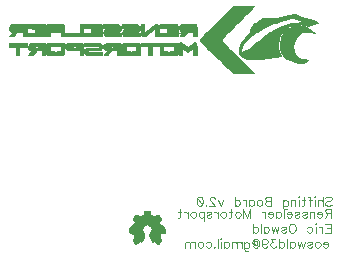
<source format=gbr>
G04 DipTrace 2.4.0.2*
%INBottomSilk.gbr*%
%MOIN*%
%ADD12C,0.003*%
%ADD81C,0.0046*%
%FSLAX44Y44*%
G04*
G70*
G90*
G75*
G01*
%LNBotSilk*%
%LPD*%
X13207Y12282D2*
D12*
X13927D1*
X13177Y12252D2*
X13897D1*
X13147Y12222D2*
X13867D1*
X13117Y12192D2*
X13837D1*
X13087Y12162D2*
X13807D1*
X13057Y12132D2*
X13777D1*
X13027Y12102D2*
X13747D1*
X12997Y12072D2*
X13717D1*
X12967Y12042D2*
X13687D1*
X12937Y12012D2*
X13657D1*
X15247D2*
X15307D1*
X12907Y11982D2*
X13627D1*
X15099D2*
X15342D1*
X12877Y11952D2*
X13597D1*
X14961D2*
X15402D1*
X12847Y11922D2*
X13567D1*
X14827D2*
X15499D1*
X12817Y11892D2*
X13537D1*
X14227D2*
X14647D1*
X14693D2*
X15168D1*
X15260D2*
X15626D1*
X12787Y11862D2*
X13507D1*
X14168D2*
X15039D1*
X15317D2*
X15763D1*
X12757Y11832D2*
X13477D1*
X14112D2*
X14923D1*
X15407D2*
X15885D1*
X12727Y11802D2*
X13447D1*
X14060D2*
X14819D1*
X15517D2*
X15984D1*
X12697Y11772D2*
X13417D1*
X14013D2*
X14727D1*
X15517D2*
X16026D1*
X12667Y11742D2*
X13387D1*
X13971D2*
X14641D1*
X15330D2*
X16047D1*
X12637Y11712D2*
X13357D1*
X13933D2*
X14560D1*
X15174D2*
X15979D1*
X5827Y11682D2*
X6307D1*
X6367D2*
X6937D1*
X7027D2*
X7567D1*
X8107D2*
X8827D1*
X8887D2*
X9397D1*
X9517D2*
X9997D1*
X10147D2*
X10237D1*
X10627D2*
X10687D1*
X10777D2*
X11347D1*
X11497D2*
X11977D1*
X12607D2*
X13327D1*
X13901D2*
X14484D1*
X15047D2*
X15907D1*
X5798Y11652D2*
X7581D1*
X8107D2*
X9430D1*
X9511D2*
X10046D1*
X10141D2*
X10242D1*
X10582D2*
X10731D1*
X10763D2*
X11366D1*
X11464D2*
X11991D1*
X12577D2*
X13297D1*
X13873D2*
X14415D1*
X14941D2*
X15397D1*
X15577D2*
X15824D1*
X5773Y11622D2*
X7589D1*
X8107D2*
X9460D1*
X9501D2*
X10096D1*
X10131D2*
X10249D1*
X10540D2*
X11386D1*
X11435D2*
X11999D1*
X12547D2*
X13267D1*
X13851D2*
X14350D1*
X14852D2*
X15577D1*
X15697D2*
X15723D1*
X5756Y11592D2*
X7594D1*
X8107D2*
X10256D1*
X10498D2*
X12004D1*
X12517D2*
X13237D1*
X13832D2*
X14288D1*
X14775D2*
X15067D1*
X15157D2*
X15646D1*
X5744Y11562D2*
X6337D1*
X6397D2*
X7596D1*
X8107D2*
X10257D1*
X10457D2*
X12006D1*
X12487D2*
X13207D1*
X13816D2*
X14229D1*
X14704D2*
X15004D1*
X15067D2*
X15710D1*
X5743Y11532D2*
X6337D1*
X6607D2*
X7597D1*
X8107D2*
X8227D1*
X8497D2*
X8857D1*
X8953D2*
X9492D1*
X9582D2*
X10253D1*
X10417D2*
X10747D1*
X11017D2*
X12007D1*
X12456D2*
X13177D1*
X13801D2*
X14172D1*
X14641D2*
X14972D1*
X15036D2*
X15763D1*
X5754Y11502D2*
X6337D1*
X6607D2*
X7597D1*
X8107D2*
X8227D1*
X8497D2*
X8858D1*
X8934D2*
X9469D1*
X9560D2*
X10248D1*
X10376D2*
X10562D1*
X10627D2*
X10747D1*
X11017D2*
X11377D1*
X11441D2*
X12007D1*
X12423D2*
X13147D1*
X13790D2*
X14121D1*
X14584D2*
X14946D1*
X15001D2*
X15806D1*
X5786Y11472D2*
X6337D1*
X6607D2*
X7597D1*
X8107D2*
X8227D1*
X8497D2*
X8863D1*
X8919D2*
X9448D1*
X9543D2*
X10087D1*
X10147D2*
X10245D1*
X10332D2*
X10525D1*
X10627D2*
X10747D1*
X11017D2*
X11377D1*
X11457D2*
X12007D1*
X12390D2*
X13117D1*
X13783D2*
X14073D1*
X14529D2*
X14941D1*
X14961D2*
X15843D1*
X5832Y11442D2*
X6337D1*
X6607D2*
X7597D1*
X8107D2*
X8227D1*
X8497D2*
X8873D1*
X8904D2*
X9427D1*
X9530D2*
X10057D1*
X10147D2*
X10254D1*
X10286D2*
X10487D1*
X10627D2*
X10747D1*
X11017D2*
X11377D1*
X11490D2*
X12007D1*
X12358D2*
X13087D1*
X13777D2*
X14029D1*
X14478D2*
X15875D1*
X5887Y11412D2*
X6000D1*
X6217D2*
X6337D1*
X6847D2*
X7117D1*
X7477D2*
X7597D1*
X8107D2*
X8227D1*
X8737D2*
X9007D1*
X9523D2*
X9637D1*
X10147D2*
X10451D1*
X10627D2*
X10747D1*
X11257D2*
X11377D1*
X11527D2*
X11707D1*
X11887D2*
X12007D1*
X12328D2*
X13057D1*
X13770D2*
X13988D1*
X14429D2*
X14862D1*
X14922D2*
X15512D1*
X15847D2*
X15906D1*
X5847Y11382D2*
X5988D1*
X6217D2*
X7117D1*
X7477D2*
X10414D1*
X10627D2*
X11377D1*
X11498D2*
X11677D1*
X11887D2*
X12007D1*
X12297D2*
X13027D1*
X13748D2*
X13946D1*
X14382D2*
X14839D1*
X14899D2*
X15475D1*
X15907D2*
X15937D1*
X5811Y11352D2*
X5963D1*
X6217D2*
X7117D1*
X7477D2*
X8857D1*
X8923D2*
X10375D1*
X10627D2*
X11377D1*
X11473D2*
X11647D1*
X11887D2*
X12007D1*
X12267D2*
X12997D1*
X13719D2*
X13903D1*
X14340D2*
X14818D1*
X14878D2*
X15437D1*
X5775Y11322D2*
X5939D1*
X6217D2*
X7117D1*
X7477D2*
X8857D1*
X8933D2*
X9487D1*
X9547D2*
X10336D1*
X10627D2*
X11377D1*
X11453D2*
X11617D1*
X11887D2*
X12007D1*
X12237D2*
X12967D1*
X13689D2*
X13860D1*
X14302D2*
X14797D1*
X14857D2*
X15402D1*
X5737Y11292D2*
X5917D1*
X6217D2*
X7117D1*
X7477D2*
X8857D1*
X8947D2*
X9487D1*
X9547D2*
X10117D1*
X10177D2*
X10297D1*
X10627D2*
X11377D1*
X11437D2*
X11587D1*
X11887D2*
X12007D1*
X12207D2*
X12937D1*
X13659D2*
X13819D1*
X14264D2*
X15370D1*
X12178Y11262D2*
X12907D1*
X13631D2*
X13783D1*
X14226D2*
X14762D1*
X14822D2*
X15343D1*
X12153Y11232D2*
X12878D1*
X13606D2*
X13749D1*
X14187D2*
X14755D1*
X14815D2*
X15321D1*
X12132Y11202D2*
X12855D1*
X13580D2*
X13718D1*
X14148D2*
X14747D1*
X14807D2*
X15302D1*
X12116Y11172D2*
X12837D1*
X13556D2*
X13687D1*
X14112D2*
X14742D1*
X14802D2*
X15286D1*
X12119Y11142D2*
X12842D1*
X13535D2*
X13658D1*
X14078D2*
X14738D1*
X14799D2*
X15271D1*
X12137Y11112D2*
X12865D1*
X13516D2*
X13632D1*
X14043D2*
X14733D1*
X14798D2*
X15260D1*
X11467Y11082D2*
X11497D1*
X11917D2*
X11947D1*
X12161D2*
X12890D1*
X13497D2*
X13609D1*
X14005D2*
X14725D1*
X14796D2*
X15252D1*
X5737Y11052D2*
X6337D1*
X6457D2*
X6937D1*
X7027D2*
X7567D1*
X7717D2*
X8197D1*
X8257D2*
X8767D1*
X8977D2*
X9457D1*
X9547D2*
X10087D1*
X10147D2*
X11347D1*
X11409D2*
X11531D1*
X11882D2*
X11971D1*
X12189D2*
X12918D1*
X13478D2*
X13588D1*
X13967D2*
X14717D1*
X14792D2*
X15245D1*
X5737Y11022D2*
X6337D1*
X6428D2*
X7611D1*
X7643D2*
X8806D1*
X8938D2*
X11566D1*
X11845D2*
X11989D1*
X12218D2*
X12948D1*
X13462D2*
X13567D1*
X13931D2*
X14712D1*
X14785D2*
X15236D1*
X5737Y10992D2*
X6337D1*
X6407D2*
X8846D1*
X8898D2*
X11602D1*
X11806D2*
X11999D1*
X12247D2*
X12977D1*
X13449D2*
X13548D1*
X13894D2*
X14709D1*
X14778D2*
X15228D1*
X5737Y10962D2*
X6337D1*
X6392D2*
X11646D1*
X11766D2*
X12004D1*
X12277D2*
X13007D1*
X13438D2*
X13532D1*
X13856D2*
X14709D1*
X14777D2*
X15223D1*
X5977Y10932D2*
X6097D1*
X6382D2*
X6487D1*
X6847D2*
X7117D1*
X7477D2*
X7747D1*
X8107D2*
X8228D1*
X8737D2*
X9007D1*
X9367D2*
X9637D1*
X9997D2*
X10117D1*
X10387D2*
X10507D1*
X10777D2*
X10897D1*
X11257D2*
X11703D1*
X11723D2*
X12006D1*
X12307D2*
X13037D1*
X13428D2*
X13519D1*
X13816D2*
X14712D1*
X14781D2*
X15224D1*
X5977Y10902D2*
X6097D1*
X6386D2*
X7117D1*
X7477D2*
X8233D1*
X8317D2*
X9637D1*
X9997D2*
X10117D1*
X10387D2*
X10507D1*
X10777D2*
X10897D1*
X11257D2*
X12007D1*
X12337D2*
X13067D1*
X13422D2*
X13508D1*
X13777D2*
X14719D1*
X14788D2*
X15230D1*
X5977Y10872D2*
X6097D1*
X6397D2*
X7117D1*
X7477D2*
X7597D1*
X7663D2*
X8243D1*
X8273D2*
X8821D1*
X8921D2*
X9637D1*
X9997D2*
X10117D1*
X10387D2*
X10507D1*
X10777D2*
X10897D1*
X11257D2*
X12007D1*
X12367D2*
X13097D1*
X13419D2*
X13497D1*
X13737D2*
X14727D1*
X14793D2*
X15237D1*
X5977Y10842D2*
X6097D1*
X6413D2*
X7117D1*
X7477D2*
X7597D1*
X7673D2*
X8811D1*
X8937D2*
X9637D1*
X9997D2*
X10117D1*
X10387D2*
X10507D1*
X10777D2*
X10897D1*
X11257D2*
X11527D1*
X11590D2*
X11826D1*
X11887D2*
X12007D1*
X12397D2*
X13128D1*
X13418D2*
X13488D1*
X13695D2*
X14733D1*
X14796D2*
X15243D1*
X5977Y10812D2*
X6097D1*
X6448D2*
X7117D1*
X7477D2*
X7597D1*
X7687D2*
X8797D1*
X8970D2*
X9637D1*
X9997D2*
X10117D1*
X10387D2*
X10507D1*
X10777D2*
X10897D1*
X11257D2*
X11527D1*
X11623D2*
X11791D1*
X11887D2*
X12007D1*
X12427D2*
X13161D1*
X13417D2*
X13484D1*
X13648D2*
X14741D1*
X14802D2*
X15250D1*
X5977Y10782D2*
X6097D1*
X6487D2*
X6667D1*
X6847D2*
X7117D1*
X7477D2*
X7597D1*
X8107D2*
X8377D1*
X9007D2*
X9157D1*
X9367D2*
X9637D1*
X9997D2*
X10117D1*
X10387D2*
X10507D1*
X10777D2*
X10897D1*
X11257D2*
X11527D1*
X11652D2*
X11751D1*
X11887D2*
X12007D1*
X12457D2*
X13194D1*
X13417D2*
X13483D1*
X13587D2*
X14752D1*
X14813D2*
X15258D1*
X5977Y10752D2*
X6097D1*
X6458D2*
X6637D1*
X6847D2*
X7596D1*
X8107D2*
X8857D1*
X8978D2*
X9127D1*
X9367D2*
X10117D1*
X10387D2*
X10507D1*
X10777D2*
X11527D1*
X11677D2*
X11707D1*
X11887D2*
X12007D1*
X12487D2*
X13226D1*
X13417D2*
X13493D1*
X13507D2*
X14767D1*
X14827D2*
X15268D1*
X5977Y10722D2*
X6097D1*
X6433D2*
X6607D1*
X6847D2*
X7591D1*
X8107D2*
X8857D1*
X8953D2*
X9097D1*
X9367D2*
X10117D1*
X10387D2*
X10507D1*
X10777D2*
X11527D1*
X11887D2*
X12007D1*
X12517D2*
X13256D1*
X13420D2*
X15278D1*
X5977Y10692D2*
X6097D1*
X6413D2*
X6577D1*
X6847D2*
X7581D1*
X8107D2*
X8227D1*
X8287D2*
X8857D1*
X8933D2*
X9067D1*
X9367D2*
X10117D1*
X10387D2*
X10507D1*
X10777D2*
X11527D1*
X11887D2*
X12007D1*
X12547D2*
X13287D1*
X13425D2*
X14791D1*
X14852D2*
X15293D1*
X5977Y10662D2*
X6097D1*
X6397D2*
X6547D1*
X6847D2*
X6967D1*
X7027D2*
X7567D1*
X8107D2*
X8227D1*
X8317D2*
X8857D1*
X8917D2*
X9037D1*
X9367D2*
X10117D1*
X10387D2*
X10507D1*
X10777D2*
X11347D1*
X11407D2*
X11527D1*
X11887D2*
X12007D1*
X12577D2*
X13317D1*
X13452D2*
X14811D1*
X14875D2*
X15315D1*
X12607Y10632D2*
X13347D1*
X13491D2*
X14827D1*
X14898D2*
X15341D1*
X12638Y10602D2*
X13377D1*
X13543D2*
X14622D1*
X14928D2*
X15374D1*
X12671Y10572D2*
X13407D1*
X13610D2*
X14400D1*
X14967D2*
X15418D1*
X12705Y10542D2*
X13437D1*
X13687D2*
X14167D1*
X15012D2*
X15488D1*
X12740Y10512D2*
X13467D1*
X15065D2*
X15596D1*
X12773Y10482D2*
X13497D1*
X15128D2*
X15727D1*
X12806Y10452D2*
X13527D1*
X15207D2*
X15681D1*
X12836Y10422D2*
X13557D1*
X15298D2*
X15630D1*
X12867Y10392D2*
X13587D1*
X15397D2*
X15577D1*
X12897Y10362D2*
X13617D1*
X12927Y10332D2*
X13647D1*
X12957Y10302D2*
X13677D1*
X12987Y10272D2*
X13707D1*
X13017Y10242D2*
X13737D1*
X13047Y10212D2*
X13767D1*
X13077Y10182D2*
X13797D1*
X13107Y10152D2*
X13828D1*
X13138Y10122D2*
X13861D1*
X13172Y10092D2*
X13894D1*
X13207Y10062D2*
X13927D1*
X10257Y5472D2*
X10437D1*
X10257Y5442D2*
X10438D1*
X10256Y5412D2*
X10442D1*
X10250Y5382D2*
X10451D1*
X10240Y5352D2*
X10464D1*
X9957Y5322D2*
X10017D1*
X10202D2*
X10495D1*
X10677D2*
X10737D1*
X9928Y5292D2*
X10119D1*
X10146D2*
X10565D1*
X10591D2*
X10766D1*
X9904Y5262D2*
X10791D1*
X9886Y5232D2*
X10811D1*
X9888Y5202D2*
X10817D1*
X9896Y5172D2*
X10809D1*
X9912Y5142D2*
X10788D1*
X9933Y5112D2*
X10764D1*
X9957Y5082D2*
X10737D1*
X9935Y5052D2*
X10759D1*
X9905Y5022D2*
X10789D1*
X9864Y4992D2*
X10294D1*
X10400D2*
X10830D1*
X9819Y4962D2*
X10252D1*
X10444D2*
X10875D1*
X9779Y4932D2*
X10218D1*
X10475D2*
X10915D1*
X9763Y4902D2*
X10202D1*
X10499D2*
X10931D1*
X9754Y4872D2*
X10185D1*
X10511D2*
X10940D1*
X9750Y4842D2*
X10167D1*
X10508D2*
X10944D1*
X9748Y4812D2*
X10187D1*
X10498D2*
X10946D1*
X9747Y4782D2*
X10208D1*
X10483D2*
X10947D1*
X9747Y4752D2*
X10231D1*
X10462D2*
X10947D1*
X9827Y4722D2*
X10252D1*
X10442D2*
X10797D1*
X9888Y4692D2*
X10268D1*
X10426D2*
X10787D1*
X9912Y4662D2*
X10267D1*
X10427D2*
X10779D1*
X9919Y4632D2*
X10259D1*
X10435D2*
X10775D1*
X9921Y4602D2*
X10248D1*
X10447D2*
X10782D1*
X9910Y4572D2*
X10238D1*
X10460D2*
X10793D1*
X9895Y4542D2*
X10227D1*
X10474D2*
X10804D1*
X9883Y4512D2*
X10216D1*
X10486D2*
X10814D1*
X9877Y4482D2*
X10202D1*
X10497D2*
X10818D1*
X9887Y4452D2*
X10186D1*
X10511D2*
X10807D1*
X9906Y4422D2*
X10071D1*
X10137D2*
X10167D1*
X10527D2*
X10557D1*
X10623D2*
X10788D1*
X9931Y4392D2*
X10031D1*
X10663D2*
X10764D1*
X9957Y4362D2*
X9987D1*
X10707D2*
X10737D1*
X13207Y12282D2*
X13177Y12252D1*
X13147Y12222D1*
X13117Y12192D1*
X13087Y12162D1*
X13057Y12132D1*
X13027Y12102D1*
X12997Y12072D1*
X12967Y12042D1*
X12937Y12012D1*
X12907Y11982D1*
X12877Y11952D1*
X12847Y11922D1*
X12817Y11892D1*
X12787Y11862D1*
X12757Y11832D1*
X12727Y11802D1*
X12697Y11772D1*
X12667Y11742D1*
X12637Y11712D1*
X12607Y11682D1*
X12577Y11652D1*
X12547Y11622D1*
X12517Y11592D1*
X12487Y11562D1*
X12456Y11532D1*
X12423Y11502D1*
X12390Y11472D1*
X12358Y11442D1*
X12328Y11412D1*
X12297Y11382D1*
X12267Y11352D1*
X12237Y11322D1*
X12207Y11292D1*
X12178Y11262D1*
X12153Y11232D1*
X12132Y11202D1*
X12116Y11172D1*
X12119Y11142D1*
X12137Y11112D1*
X12161Y11082D1*
X12189Y11052D1*
X12218Y11022D1*
X12247Y10992D1*
X12277Y10962D1*
X12307Y10932D1*
X12337Y10902D1*
X12367Y10872D1*
X12397Y10842D1*
X12427Y10812D1*
X12457Y10782D1*
X12487Y10752D1*
X12517Y10722D1*
X12547Y10692D1*
X12577Y10662D1*
X12607Y10632D1*
X12638Y10602D1*
X12671Y10572D1*
X12705Y10542D1*
X12740Y10512D1*
X12773Y10482D1*
X12806Y10452D1*
X12836Y10422D1*
X12867Y10392D1*
X12897Y10362D1*
X12927Y10332D1*
X12957Y10302D1*
X12987Y10272D1*
X13017Y10242D1*
X13047Y10212D1*
X13077Y10182D1*
X13107Y10152D1*
X13138Y10122D1*
X13172Y10092D1*
X13207Y10062D1*
X13927Y12282D2*
X13897Y12252D1*
X13867Y12222D1*
X13837Y12192D1*
X13807Y12162D1*
X13777Y12132D1*
X13747Y12102D1*
X13717Y12072D1*
X13687Y12042D1*
X13657Y12012D1*
X13627Y11982D1*
X13597Y11952D1*
X13567Y11922D1*
X13537Y11892D1*
X13507Y11862D1*
X13477Y11832D1*
X13447Y11802D1*
X13417Y11772D1*
X13387Y11742D1*
X13357Y11712D1*
X13327Y11682D1*
X13297Y11652D1*
X13267Y11622D1*
X13237Y11592D1*
X13207Y11562D1*
X13177Y11532D1*
X13147Y11502D1*
X13117Y11472D1*
X13087Y11442D1*
X13057Y11412D1*
X13027Y11382D1*
X12997Y11352D1*
X12967Y11322D1*
X12937Y11292D1*
X12907Y11262D1*
X12878Y11232D1*
X12855Y11202D1*
X12837Y11172D1*
X12842Y11142D1*
X12865Y11112D1*
X12890Y11082D1*
X12918Y11052D1*
X12948Y11022D1*
X12977Y10992D1*
X13007Y10962D1*
X13037Y10932D1*
X13067Y10902D1*
X13097Y10872D1*
X13128Y10842D1*
X13161Y10812D1*
X13194Y10782D1*
X13226Y10752D1*
X13256Y10722D1*
X13287Y10692D1*
X13317Y10662D1*
X13347Y10632D1*
X13377Y10602D1*
X13407Y10572D1*
X13437Y10542D1*
X13467Y10512D1*
X13497Y10482D1*
X13527Y10452D1*
X13557Y10422D1*
X13587Y10392D1*
X13617Y10362D1*
X13647Y10332D1*
X13677Y10302D1*
X13707Y10272D1*
X13737Y10242D1*
X13767Y10212D1*
X13797Y10182D1*
X13828Y10152D1*
X13861Y10122D1*
X13894Y10092D1*
X13927Y10062D1*
X15247Y12012D2*
X15099Y11982D1*
X14961Y11952D1*
X14827Y11922D1*
X14693Y11892D1*
X14557Y11862D1*
X15307Y12012D2*
X15342Y11982D1*
X15402Y11952D1*
X15499Y11922D1*
X15626Y11892D1*
X15763Y11862D1*
X15885Y11832D1*
X15984Y11802D1*
X16026Y11772D1*
X16047Y11742D1*
X15979Y11712D1*
X15907Y11682D1*
X15824Y11652D1*
X15723Y11622D1*
X15607Y11592D1*
X14227Y11892D2*
X14168Y11862D1*
X14112Y11832D1*
X14060Y11802D1*
X14013Y11772D1*
X13971Y11742D1*
X13933Y11712D1*
X13901Y11682D1*
X13873Y11652D1*
X13851Y11622D1*
X13832Y11592D1*
X13816Y11562D1*
X13801Y11532D1*
X13790Y11502D1*
X13783Y11472D1*
X13777Y11442D1*
X13770Y11412D1*
X13748Y11382D1*
X13719Y11352D1*
X13689Y11322D1*
X13659Y11292D1*
X13631Y11262D1*
X13606Y11232D1*
X13580Y11202D1*
X13556Y11172D1*
X13535Y11142D1*
X13516Y11112D1*
X13497Y11082D1*
X13478Y11052D1*
X13462Y11022D1*
X13449Y10992D1*
X13438Y10962D1*
X13428Y10932D1*
X13422Y10902D1*
X13419Y10872D1*
X13418Y10842D1*
X13417Y10812D1*
Y10782D1*
Y10752D1*
X13420Y10722D1*
X13425Y10692D1*
X13452Y10662D1*
X13491Y10632D1*
X13543Y10602D1*
X13610Y10572D1*
X13687Y10542D1*
X14647Y11892D2*
X14677Y11862D1*
X15307Y11922D2*
X15168Y11892D1*
X15039Y11862D1*
X14923Y11832D1*
X14819Y11802D1*
X14727Y11772D1*
X14641Y11742D1*
X14560Y11712D1*
X14484Y11682D1*
X14415Y11652D1*
X14350Y11622D1*
X14288Y11592D1*
X14229Y11562D1*
X14172Y11532D1*
X14121Y11502D1*
X14073Y11472D1*
X14029Y11442D1*
X13988Y11412D1*
X13946Y11382D1*
X13903Y11352D1*
X13860Y11322D1*
X13819Y11292D1*
X13783Y11262D1*
X13749Y11232D1*
X13718Y11202D1*
X13687Y11172D1*
X13658Y11142D1*
X13632Y11112D1*
X13609Y11082D1*
X13588Y11052D1*
X13567Y11022D1*
X13548Y10992D1*
X13532Y10962D1*
X13519Y10932D1*
X13508Y10902D1*
X13497Y10872D1*
X13488Y10842D1*
X13484Y10812D1*
X13483Y10782D1*
X13493Y10752D1*
X13507Y10722D1*
X15247Y11922D2*
X15260Y11892D1*
X15317Y11862D1*
X15407Y11832D1*
X15517Y11802D1*
Y11772D1*
X15330Y11742D1*
X15174Y11712D1*
X15047Y11682D1*
X14941Y11652D1*
X14852Y11622D1*
X14775Y11592D1*
X14704Y11562D1*
X14641Y11532D1*
X14584Y11502D1*
X14529Y11472D1*
X14478Y11442D1*
X14429Y11412D1*
X14382Y11382D1*
X14340Y11352D1*
X14302Y11322D1*
X14264Y11292D1*
X14226Y11262D1*
X14187Y11232D1*
X14148Y11202D1*
X14112Y11172D1*
X14078Y11142D1*
X14043Y11112D1*
X14005Y11082D1*
X13967Y11052D1*
X13931Y11022D1*
X13894Y10992D1*
X13856Y10962D1*
X13816Y10932D1*
X13777Y10902D1*
X13737Y10872D1*
X13695Y10842D1*
X13648Y10812D1*
X13587Y10782D1*
X13507Y10752D1*
X13417Y10722D1*
X5827Y11682D2*
X5798Y11652D1*
X5773Y11622D1*
X5756Y11592D1*
X5744Y11562D1*
X5743Y11532D1*
X5754Y11502D1*
X5786Y11472D1*
X5832Y11442D1*
X5887Y11412D1*
X5847Y11382D1*
X5811Y11352D1*
X5775Y11322D1*
X5737Y11292D1*
X6307Y11682D2*
X6337Y11652D1*
X6367Y11682D2*
X6337Y11652D1*
X6937Y11682D2*
X6967Y11652D1*
X7027Y11682D2*
X6997Y11652D1*
X7567Y11682D2*
X7581Y11652D1*
X7589Y11622D1*
X7594Y11592D1*
X7596Y11562D1*
X7597Y11532D1*
Y11502D1*
Y11472D1*
Y11442D1*
Y11412D1*
Y11382D1*
X8107Y11682D2*
Y11652D1*
Y11622D1*
Y11592D1*
Y11562D1*
Y11532D1*
Y11502D1*
Y11472D1*
Y11442D1*
Y11412D1*
Y11382D1*
X8827Y11682D2*
X8857Y11652D1*
X8887Y11682D2*
X8857Y11652D1*
X9397Y11682D2*
X9430Y11652D1*
X9460Y11622D1*
X9487Y11592D1*
X9517Y11682D2*
X9511Y11652D1*
X9501Y11622D1*
X9487Y11592D1*
X9997Y11682D2*
X10046Y11652D1*
X10096Y11622D1*
X10147Y11592D1*
Y11682D2*
X10141Y11652D1*
X10131Y11622D1*
X10117Y11592D1*
X10237Y11682D2*
X10242Y11652D1*
X10249Y11622D1*
X10256Y11592D1*
X10257Y11562D1*
X10253Y11532D1*
X10248Y11502D1*
X10245Y11472D1*
X10254Y11442D1*
X10267Y11412D1*
X10627Y11682D2*
X10582Y11652D1*
X10540Y11622D1*
X10498Y11592D1*
X10457Y11562D1*
X10417Y11532D1*
X10376Y11502D1*
X10332Y11472D1*
X10286Y11442D1*
X10237Y11412D1*
X10687Y11682D2*
X10731Y11652D1*
X10777Y11622D1*
Y11682D2*
X10763Y11652D1*
X10747Y11622D1*
X11347Y11682D2*
X11366Y11652D1*
X11386Y11622D1*
X11407Y11592D1*
X11497Y11682D2*
X11464Y11652D1*
X11435Y11622D1*
X11407Y11592D1*
X11977Y11682D2*
X11991Y11652D1*
X11999Y11622D1*
X12004Y11592D1*
X12006Y11562D1*
X12007Y11532D1*
Y11502D1*
Y11472D1*
Y11442D1*
Y11412D1*
Y11382D1*
Y11352D1*
Y11322D1*
Y11292D1*
X15427Y11682D2*
X15397Y11652D1*
X15517Y11622D1*
X15547Y11682D2*
X15577Y11652D1*
X15457Y11622D1*
X15577D2*
X15646Y11592D1*
X15710Y11562D1*
X15763Y11532D1*
X15806Y11502D1*
X15843Y11472D1*
X15875Y11442D1*
X15906Y11412D1*
X15937Y11382D1*
X15667Y11652D2*
X15697Y11622D1*
X15097D2*
X15067Y11592D1*
X15097Y11562D1*
X15127Y11622D2*
X15157Y11592D1*
X15127Y11562D1*
X6337Y11592D2*
Y11562D1*
Y11532D1*
Y11502D1*
Y11472D1*
Y11442D1*
Y11412D1*
Y11382D1*
X6187Y11592D2*
X6397Y11562D1*
X6607Y11532D1*
Y11502D1*
Y11472D1*
Y11442D1*
X6847Y11412D1*
X7087Y11382D1*
X15037Y11592D2*
X15004Y11562D1*
X14972Y11532D1*
X14946Y11502D1*
X14941Y11472D1*
X14947Y11442D1*
X15067Y11562D2*
X15036Y11532D1*
X15001Y11502D1*
X14961Y11472D1*
X14917Y11442D1*
X8227Y11562D2*
Y11532D1*
Y11502D1*
Y11472D1*
Y11442D1*
Y11412D1*
Y11382D1*
X8497Y11562D2*
Y11532D1*
Y11502D1*
Y11472D1*
Y11442D1*
X8737Y11412D1*
X8977Y11382D1*
X8857Y11562D2*
Y11532D1*
X8858Y11502D1*
X8863Y11472D1*
X8873Y11442D1*
X8887Y11412D1*
X8977Y11562D2*
X8953Y11532D1*
X8934Y11502D1*
X8919Y11472D1*
X8904Y11442D1*
X8887Y11412D1*
X9517Y11562D2*
X9492Y11532D1*
X9469Y11502D1*
X9448Y11472D1*
X9427Y11442D1*
X9607Y11562D2*
X9582Y11532D1*
X9560Y11502D1*
X9543Y11472D1*
X9530Y11442D1*
X9523Y11412D1*
X9517Y11382D1*
X10747Y11562D2*
Y11532D1*
Y11502D1*
Y11472D1*
Y11442D1*
Y11412D1*
Y11382D1*
X11017Y11562D2*
Y11532D1*
Y11502D1*
Y11472D1*
Y11442D1*
X11257Y11412D1*
X11497Y11382D1*
X10597Y11532D2*
X10562Y11502D1*
X10525Y11472D1*
X10487Y11442D1*
X10451Y11412D1*
X10414Y11382D1*
X10375Y11352D1*
X10336Y11322D1*
X10297Y11292D1*
X10627Y11532D2*
Y11502D1*
Y11472D1*
Y11442D1*
Y11412D1*
Y11382D1*
Y11352D1*
Y11322D1*
Y11292D1*
X11377Y11532D2*
Y11502D1*
Y11472D1*
Y11442D1*
Y11412D1*
Y11382D1*
Y11352D1*
Y11322D1*
Y11292D1*
X11437Y11532D2*
X11441Y11502D1*
X11457Y11472D1*
X11490Y11442D1*
X11527Y11412D1*
X11498Y11382D1*
X11473Y11352D1*
X11453Y11322D1*
X11437Y11292D1*
X10117Y11502D2*
X10087Y11472D1*
X10057Y11442D1*
X10147Y11502D2*
Y11472D1*
Y11442D1*
Y11412D1*
Y11382D1*
X6007Y11442D2*
X6000Y11412D1*
X5988Y11382D1*
X5963Y11352D1*
X5939Y11322D1*
X5917Y11292D1*
X6217Y11442D2*
Y11412D1*
Y11382D1*
Y11352D1*
Y11322D1*
Y11292D1*
X7117Y11442D2*
Y11412D1*
Y11382D1*
Y11352D1*
Y11322D1*
Y11292D1*
X7477Y11442D2*
Y11412D1*
Y11382D1*
Y11352D1*
Y11322D1*
Y11292D1*
X9007Y11442D2*
Y11412D1*
Y11382D1*
X9637Y11442D2*
Y11412D1*
Y11382D1*
X11737Y11442D2*
X11707Y11412D1*
X11677Y11382D1*
X11647Y11352D1*
X11617Y11322D1*
X11587Y11292D1*
X11887Y11442D2*
Y11412D1*
Y11382D1*
Y11352D1*
Y11322D1*
Y11292D1*
X14887Y11442D2*
X14862Y11412D1*
X14839Y11382D1*
X14818Y11352D1*
X14797Y11322D1*
X14947Y11442D2*
X14922Y11412D1*
X14899Y11382D1*
X14878Y11352D1*
X14857Y11322D1*
X15547Y11442D2*
X15512Y11412D1*
X15475Y11382D1*
X15437Y11352D1*
X15402Y11322D1*
X15370Y11292D1*
X15343Y11262D1*
X15321Y11232D1*
X15302Y11202D1*
X15286Y11172D1*
X15271Y11142D1*
X15260Y11112D1*
X15252Y11082D1*
X15245Y11052D1*
X15236Y11022D1*
X15228Y10992D1*
X15223Y10962D1*
X15224Y10932D1*
X15230Y10902D1*
X15237Y10872D1*
X15243Y10842D1*
X15250Y10812D1*
X15258Y10782D1*
X15268Y10752D1*
X15278Y10722D1*
X15293Y10692D1*
X15315Y10662D1*
X15341Y10632D1*
X15374Y10602D1*
X15418Y10572D1*
X15488Y10542D1*
X15596Y10512D1*
X15727Y10482D1*
X15681Y10452D1*
X15630Y10422D1*
X15577Y10392D1*
X15787Y11442D2*
X15847Y11412D1*
X15907Y11382D1*
X8857D2*
Y11352D1*
Y11322D1*
Y11292D1*
X8917Y11382D2*
X8923Y11352D1*
X8933Y11322D1*
X8947Y11292D1*
X9487Y11352D2*
Y11322D1*
Y11292D1*
X9547Y11352D2*
Y11322D1*
Y11292D1*
X10147Y11322D2*
X10117Y11292D1*
X10147Y11322D2*
X10177Y11292D1*
X14767D2*
X14762Y11262D1*
X14755Y11232D1*
X14747Y11202D1*
X14742Y11172D1*
X14738Y11142D1*
X14733Y11112D1*
X14725Y11082D1*
X14717Y11052D1*
X14712Y11022D1*
X14709Y10992D1*
Y10962D1*
X14712Y10932D1*
X14719Y10902D1*
X14727Y10872D1*
X14733Y10842D1*
X14741Y10812D1*
X14752Y10782D1*
X14767Y10752D1*
X14827Y11292D2*
X14822Y11262D1*
X14815Y11232D1*
X14807Y11202D1*
X14802Y11172D1*
X14799Y11142D1*
X14798Y11112D1*
X14796Y11082D1*
X14792Y11052D1*
X14785Y11022D1*
X14778Y10992D1*
X14777Y10962D1*
X14781Y10932D1*
X14788Y10902D1*
X14793Y10872D1*
X14796Y10842D1*
X14802Y10812D1*
X14813Y10782D1*
X14827Y10752D1*
X11467Y11082D2*
X11409Y11052D1*
X11347Y11022D1*
X11497Y11082D2*
X11531Y11052D1*
X11566Y11022D1*
X11602Y10992D1*
X11646Y10962D1*
X11703Y10932D1*
X11767Y10902D1*
X11917Y11082D2*
X11882Y11052D1*
X11845Y11022D1*
X11806Y10992D1*
X11766Y10962D1*
X11723Y10932D1*
X11677Y10902D1*
X11947Y11082D2*
X11971Y11052D1*
X11989Y11022D1*
X11999Y10992D1*
X12004Y10962D1*
X12006Y10932D1*
X12007Y10902D1*
Y10872D1*
Y10842D1*
Y10812D1*
Y10782D1*
Y10752D1*
Y10722D1*
Y10692D1*
Y10662D1*
X5737Y11052D2*
Y11022D1*
Y10992D1*
Y10962D1*
Y10932D1*
X5977D1*
Y10902D1*
Y10872D1*
Y10842D1*
Y10812D1*
Y10782D1*
Y10752D1*
Y10722D1*
Y10692D1*
Y10662D1*
X6337Y11052D2*
Y11022D1*
Y10992D1*
Y10962D1*
Y10932D1*
X6097D1*
Y10902D1*
Y10872D1*
Y10842D1*
Y10812D1*
Y10782D1*
Y10752D1*
Y10722D1*
Y10692D1*
Y10662D1*
X6457Y11052D2*
X6428Y11022D1*
X6407Y10992D1*
X6392Y10962D1*
X6382Y10932D1*
X6386Y10902D1*
X6397Y10872D1*
X6413Y10842D1*
X6448Y10812D1*
X6487Y10782D1*
X6458Y10752D1*
X6433Y10722D1*
X6413Y10692D1*
X6397Y10662D1*
X6937Y11052D2*
X6967Y11022D1*
X7027Y11052D2*
X6997Y11022D1*
X7567Y11052D2*
X7611Y11022D1*
X7657Y10992D1*
X7717Y11052D2*
X7643Y11022D1*
X7567Y10992D1*
X8197Y11052D2*
X8227Y11022D1*
X8257Y11052D2*
X8227Y11022D1*
X8767Y11052D2*
X8806Y11022D1*
X8846Y10992D1*
X8887Y10962D1*
X8977Y11052D2*
X8938Y11022D1*
X8898Y10992D1*
X8857Y10962D1*
X9457Y11052D2*
X9487Y11022D1*
X9547Y11052D2*
X9517Y11022D1*
X10087Y11052D2*
X10117Y11022D1*
X10147Y11052D2*
X10117Y11022D1*
X11347Y11052D2*
X11377Y11022D1*
X6517Y10962D2*
X6487Y10932D1*
X6787Y10902D1*
X6817Y10962D2*
X6847Y10932D1*
X6547Y10902D1*
X7117Y10962D2*
Y10932D1*
Y10902D1*
Y10872D1*
Y10842D1*
Y10812D1*
Y10782D1*
X7447Y10752D1*
X7477Y10962D2*
Y10932D1*
Y10902D1*
Y10872D1*
Y10842D1*
Y10812D1*
Y10782D1*
X7147Y10752D1*
X7777Y10962D2*
X7747Y10932D1*
X8047Y10902D1*
X8077Y10962D2*
X8107Y10932D1*
X7807Y10902D1*
X8227Y10962D2*
X8228Y10932D1*
X8233Y10902D1*
X8243Y10872D1*
X8257Y10842D1*
X8737Y10962D2*
Y10932D1*
Y10902D1*
X9037Y10962D2*
X9007Y10932D1*
X9307Y10902D1*
X9337Y10962D2*
X9367Y10932D1*
X9067Y10902D1*
X9637Y10962D2*
Y10932D1*
Y10902D1*
Y10872D1*
Y10842D1*
Y10812D1*
Y10782D1*
X9967Y10752D1*
X9997Y10962D2*
Y10932D1*
Y10902D1*
Y10872D1*
Y10842D1*
Y10812D1*
Y10782D1*
X9667Y10752D1*
X10117Y10962D2*
Y10932D1*
Y10902D1*
Y10872D1*
Y10842D1*
Y10812D1*
Y10782D1*
Y10752D1*
Y10722D1*
Y10692D1*
Y10662D1*
X10387Y10962D2*
Y10932D1*
Y10902D1*
Y10872D1*
Y10842D1*
Y10812D1*
Y10782D1*
Y10752D1*
Y10722D1*
Y10692D1*
Y10662D1*
X10507Y10962D2*
Y10932D1*
Y10902D1*
Y10872D1*
Y10842D1*
Y10812D1*
Y10782D1*
Y10752D1*
Y10722D1*
Y10692D1*
Y10662D1*
X10777Y10962D2*
Y10932D1*
Y10902D1*
Y10872D1*
Y10842D1*
Y10812D1*
Y10782D1*
Y10752D1*
Y10722D1*
Y10692D1*
Y10662D1*
X10897Y10962D2*
Y10932D1*
Y10902D1*
Y10872D1*
Y10842D1*
Y10812D1*
Y10782D1*
X11227Y10752D1*
X11257Y10962D2*
Y10932D1*
Y10902D1*
Y10872D1*
Y10842D1*
Y10812D1*
Y10782D1*
X10927Y10752D1*
X8317Y10902D2*
X8273Y10872D1*
X8227Y10842D1*
X7597Y10902D2*
Y10872D1*
Y10842D1*
Y10812D1*
Y10782D1*
X7596Y10752D1*
X7591Y10722D1*
X7581Y10692D1*
X7567Y10662D1*
X7657Y10902D2*
X7663Y10872D1*
X7673Y10842D1*
X7687Y10812D1*
X8827Y10902D2*
X8821Y10872D1*
X8811Y10842D1*
X8797Y10812D1*
X8917Y10902D2*
X8921Y10872D1*
X8937Y10842D1*
X8970Y10812D1*
X9007Y10782D1*
X8978Y10752D1*
X8953Y10722D1*
X8933Y10692D1*
X8917Y10662D1*
X11527Y10872D2*
Y10842D1*
Y10812D1*
Y10782D1*
Y10752D1*
Y10722D1*
Y10692D1*
Y10662D1*
X11557Y10872D2*
X11590Y10842D1*
X11623Y10812D1*
X11652Y10782D1*
X11677Y10752D1*
X11857Y10872D2*
X11826Y10842D1*
X11791Y10812D1*
X11751Y10782D1*
X11707Y10752D1*
X11887Y10872D2*
Y10842D1*
Y10812D1*
Y10782D1*
Y10752D1*
Y10722D1*
Y10692D1*
Y10662D1*
X6697Y10812D2*
X6667Y10782D1*
X6637Y10752D1*
X6607Y10722D1*
X6577Y10692D1*
X6547Y10662D1*
X6847Y10812D2*
Y10782D1*
Y10752D1*
Y10722D1*
Y10692D1*
Y10662D1*
X8107Y10812D2*
Y10782D1*
Y10752D1*
Y10722D1*
Y10692D1*
Y10662D1*
X8377Y10812D2*
Y10782D1*
Y10752D1*
X9187Y10812D2*
X9157Y10782D1*
X9127Y10752D1*
X9097Y10722D1*
X9067Y10692D1*
X9037Y10662D1*
X9367Y10812D2*
Y10782D1*
Y10752D1*
Y10722D1*
Y10692D1*
Y10662D1*
X8857Y10752D2*
Y10722D1*
Y10692D1*
Y10662D1*
X8227Y10722D2*
Y10692D1*
Y10662D1*
X8257Y10722D2*
X8287Y10692D1*
X8317Y10662D1*
X14767Y10722D2*
X14791Y10692D1*
X14811Y10662D1*
X14827Y10632D1*
X14622Y10602D1*
X14400Y10572D1*
X14167Y10542D1*
X14827Y10722D2*
X14852Y10692D1*
X14875Y10662D1*
X14898Y10632D1*
X14928Y10602D1*
X14967Y10572D1*
X15012Y10542D1*
X15065Y10512D1*
X15128Y10482D1*
X15207Y10452D1*
X15298Y10422D1*
X15397Y10392D1*
X6997Y10692D2*
X6967Y10662D1*
X6997Y10692D2*
X7027Y10662D1*
X11377Y10692D2*
X11347Y10662D1*
X11377Y10692D2*
X11407Y10662D1*
X10257Y5472D2*
Y5442D1*
X10256Y5412D1*
X10250Y5382D1*
X10240Y5352D1*
X10202Y5322D1*
X10146Y5292D1*
X10077Y5262D1*
X10437Y5472D2*
X10438Y5442D1*
X10442Y5412D1*
X10451Y5382D1*
X10464Y5352D1*
X10495Y5322D1*
X10565Y5292D1*
X10647Y5262D1*
X9957Y5322D2*
X9928Y5292D1*
X9904Y5262D1*
X9886Y5232D1*
X9888Y5202D1*
X9896Y5172D1*
X9912Y5142D1*
X9933Y5112D1*
X9957Y5082D1*
X9935Y5052D1*
X9905Y5022D1*
X9864Y4992D1*
X9819Y4962D1*
X9779Y4932D1*
X9763Y4902D1*
X9754Y4872D1*
X9750Y4842D1*
X9748Y4812D1*
X9747Y4782D1*
Y4752D1*
X9827Y4722D1*
X9888Y4692D1*
X9912Y4662D1*
X9919Y4632D1*
X9921Y4602D1*
X9910Y4572D1*
X9895Y4542D1*
X9883Y4512D1*
X9877Y4482D1*
X9887Y4452D1*
X9906Y4422D1*
X9931Y4392D1*
X9957Y4362D1*
X10017Y5322D2*
X10119Y5292D1*
X10227Y5262D1*
X10677Y5322D2*
X10591Y5292D1*
X10497Y5262D1*
X10737Y5322D2*
X10766Y5292D1*
X10791Y5262D1*
X10811Y5232D1*
X10817Y5202D1*
X10809Y5172D1*
X10788Y5142D1*
X10764Y5112D1*
X10737Y5082D1*
X10759Y5052D1*
X10789Y5022D1*
X10830Y4992D1*
X10875Y4962D1*
X10915Y4932D1*
X10931Y4902D1*
X10940Y4872D1*
X10944Y4842D1*
X10946Y4812D1*
X10947Y4782D1*
Y4752D1*
Y4722D1*
X10797D1*
X10787Y4692D1*
X10779Y4662D1*
X10775Y4632D1*
X10782Y4602D1*
X10793Y4572D1*
X10804Y4542D1*
X10814Y4512D1*
X10818Y4482D1*
X10807Y4452D1*
X10788Y4422D1*
X10764Y4392D1*
X10737Y4362D1*
X10347Y5022D2*
X10294Y4992D1*
X10252Y4962D1*
X10218Y4932D1*
X10202Y4902D1*
X10185Y4872D1*
X10167Y4842D1*
X10187Y4812D1*
X10208Y4782D1*
X10231Y4752D1*
X10252Y4722D1*
X10268Y4692D1*
X10267Y4662D1*
X10259Y4632D1*
X10248Y4602D1*
X10238Y4572D1*
X10227Y4542D1*
X10216Y4512D1*
X10202Y4482D1*
X10186Y4452D1*
X10167Y4422D1*
X10347Y5022D2*
X10400Y4992D1*
X10444Y4962D1*
X10475Y4932D1*
X10499Y4902D1*
X10511Y4872D1*
X10508Y4842D1*
X10498Y4812D1*
X10483Y4782D1*
X10462Y4752D1*
X10442Y4722D1*
X10426Y4692D1*
X10427Y4662D1*
X10435Y4632D1*
X10447Y4602D1*
X10460Y4572D1*
X10474Y4542D1*
X10486Y4512D1*
X10497Y4482D1*
X10511Y4452D1*
X10527Y4422D1*
X10107Y4452D2*
X10071Y4422D1*
X10031Y4392D1*
X9987Y4362D1*
X10107Y4452D2*
X10137Y4422D1*
X10587Y4452D2*
X10557Y4422D1*
X10587Y4452D2*
X10623Y4422D1*
X10663Y4392D1*
X10707Y4362D1*
X16301Y5892D2*
D81*
X16330Y5920D1*
X16373Y5935D1*
X16430D1*
X16473Y5920D1*
X16502Y5892D1*
Y5863D1*
X16487Y5834D1*
X16473Y5820D1*
X16445Y5806D1*
X16358Y5777D1*
X16330Y5763D1*
X16315Y5748D1*
X16301Y5719D1*
Y5676D1*
X16330Y5648D1*
X16373Y5633D1*
X16430D1*
X16473Y5648D1*
X16502Y5676D1*
X16208Y5935D2*
Y5633D1*
Y5777D2*
X16165Y5820D1*
X16137Y5834D1*
X16093D1*
X16065Y5820D1*
X16051Y5777D1*
Y5633D1*
X15958Y5935D2*
X15944Y5920D1*
X15929Y5935D1*
X15944Y5949D1*
X15958Y5935D1*
X15944Y5834D2*
Y5633D1*
X15722Y5935D2*
X15750D1*
X15779Y5920D1*
X15793Y5877D1*
Y5633D1*
X15837Y5834D2*
X15736D1*
X15586Y5935D2*
Y5691D1*
X15572Y5648D1*
X15543Y5633D1*
X15514D1*
X15629Y5834D2*
X15529D1*
X15422Y5935D2*
X15408Y5920D1*
X15393Y5935D1*
X15408Y5949D1*
X15422Y5935D1*
X15408Y5834D2*
Y5633D1*
X15300Y5834D2*
Y5633D1*
Y5777D2*
X15257Y5820D1*
X15228Y5834D1*
X15186D1*
X15157Y5820D1*
X15142Y5777D1*
Y5633D1*
X14878Y5820D2*
Y5590D1*
X14892Y5547D1*
X14906Y5533D1*
X14935Y5518D1*
X14978D1*
X15007Y5533D1*
X14878Y5777D2*
X14906Y5805D1*
X14935Y5820D1*
X14978D1*
X15007Y5805D1*
X15036Y5777D1*
X15050Y5734D1*
Y5705D1*
X15036Y5662D1*
X15007Y5633D1*
X14978Y5619D1*
X14935D1*
X14906Y5633D1*
X14878Y5662D1*
X14493Y5935D2*
Y5633D1*
X14364D1*
X14321Y5648D1*
X14307Y5662D1*
X14292Y5691D1*
Y5734D1*
X14307Y5763D1*
X14321Y5777D1*
X14364Y5791D1*
X14321Y5806D1*
X14307Y5820D1*
X14292Y5848D1*
Y5877D1*
X14307Y5906D1*
X14321Y5920D1*
X14364Y5935D1*
X14493D1*
Y5791D2*
X14364D1*
X14128Y5834D2*
X14157Y5820D1*
X14186Y5791D1*
X14200Y5748D1*
Y5719D1*
X14186Y5676D1*
X14157Y5648D1*
X14128Y5633D1*
X14085D1*
X14056Y5648D1*
X14028Y5676D1*
X14013Y5719D1*
Y5748D1*
X14028Y5791D1*
X14056Y5820D1*
X14085Y5834D1*
X14128D1*
X13748D2*
Y5633D1*
Y5791D2*
X13777Y5820D1*
X13806Y5834D1*
X13849D1*
X13877Y5820D1*
X13906Y5791D1*
X13921Y5748D1*
Y5719D1*
X13906Y5676D1*
X13877Y5648D1*
X13849Y5633D1*
X13806D1*
X13777Y5648D1*
X13748Y5676D1*
X13656Y5834D2*
Y5633D1*
Y5748D2*
X13641Y5791D1*
X13613Y5820D1*
X13584Y5834D1*
X13541D1*
X13276Y5935D2*
Y5633D1*
Y5791D2*
X13304Y5820D1*
X13333Y5834D1*
X13376D1*
X13405Y5820D1*
X13434Y5791D1*
X13448Y5748D1*
Y5719D1*
X13434Y5676D1*
X13405Y5648D1*
X13376Y5633D1*
X13333D1*
X13304Y5648D1*
X13276Y5676D1*
X12892Y5834D2*
X12805Y5633D1*
X12720Y5834D1*
X12612Y5863D2*
Y5877D1*
X12598Y5906D1*
X12584Y5920D1*
X12555Y5934D1*
X12498D1*
X12469Y5920D1*
X12455Y5906D1*
X12440Y5877D1*
Y5848D1*
X12455Y5820D1*
X12483Y5777D1*
X12627Y5633D1*
X12426D1*
X12319Y5662D2*
X12333Y5647D1*
X12319Y5633D1*
X12305Y5647D1*
X12319Y5662D1*
X12126Y5934D2*
X12169Y5920D1*
X12198Y5877D1*
X12212Y5805D1*
Y5762D1*
X12198Y5691D1*
X12169Y5647D1*
X12126Y5633D1*
X12097D1*
X12054Y5647D1*
X12026Y5691D1*
X12011Y5762D1*
Y5805D1*
X12026Y5877D1*
X12054Y5920D1*
X12097Y5934D1*
X12126D1*
X12026Y5877D2*
X12198Y5691D1*
X16492Y5394D2*
X16363D1*
X16320Y5408D1*
X16305Y5423D1*
X16291Y5451D1*
Y5480D1*
X16305Y5509D1*
X16320Y5523D1*
X16363Y5537D1*
X16492D1*
Y5236D1*
X16392Y5394D2*
X16291Y5236D1*
X16199Y5351D2*
X16026D1*
Y5380D1*
X16041Y5408D1*
X16055Y5423D1*
X16084Y5437D1*
X16127D1*
X16155Y5423D1*
X16184Y5394D1*
X16199Y5351D1*
Y5322D1*
X16184Y5279D1*
X16155Y5251D1*
X16127Y5236D1*
X16084D1*
X16055Y5251D1*
X16026Y5279D1*
X15934Y5437D2*
Y5236D1*
Y5380D2*
X15891Y5423D1*
X15862Y5437D1*
X15819D1*
X15790Y5423D1*
X15776Y5380D1*
Y5236D1*
X15525Y5394D2*
X15540Y5423D1*
X15583Y5437D1*
X15626D1*
X15669Y5423D1*
X15683Y5394D1*
X15669Y5365D1*
X15640Y5351D1*
X15569Y5336D1*
X15540Y5322D1*
X15525Y5293D1*
Y5279D1*
X15540Y5251D1*
X15583Y5236D1*
X15626D1*
X15669Y5251D1*
X15683Y5279D1*
X15275Y5394D2*
X15289Y5423D1*
X15332Y5437D1*
X15375D1*
X15419Y5423D1*
X15433Y5394D1*
X15419Y5365D1*
X15390Y5351D1*
X15318Y5336D1*
X15289Y5322D1*
X15275Y5293D1*
Y5279D1*
X15289Y5251D1*
X15332Y5236D1*
X15375D1*
X15419Y5251D1*
X15433Y5279D1*
X15182Y5351D2*
X15010D1*
Y5380D1*
X15025Y5408D1*
X15039Y5423D1*
X15068Y5437D1*
X15111D1*
X15139Y5423D1*
X15168Y5394D1*
X15182Y5351D1*
Y5322D1*
X15168Y5279D1*
X15139Y5251D1*
X15111Y5236D1*
X15068D1*
X15039Y5251D1*
X15010Y5279D1*
X14918Y5537D2*
Y5236D1*
X14653Y5437D2*
Y5236D1*
Y5394D2*
X14681Y5423D1*
X14710Y5437D1*
X14753D1*
X14782Y5423D1*
X14810Y5394D1*
X14825Y5351D1*
Y5322D1*
X14810Y5279D1*
X14782Y5251D1*
X14753Y5236D1*
X14710D1*
X14681Y5251D1*
X14653Y5279D1*
X14560Y5351D2*
X14388D1*
Y5380D1*
X14402Y5408D1*
X14417Y5423D1*
X14446Y5437D1*
X14489D1*
X14517Y5423D1*
X14546Y5394D1*
X14560Y5351D1*
Y5322D1*
X14546Y5279D1*
X14517Y5251D1*
X14489Y5236D1*
X14446D1*
X14417Y5251D1*
X14388Y5279D1*
X14296Y5437D2*
Y5236D1*
Y5351D2*
X14281Y5394D1*
X14252Y5423D1*
X14224Y5437D1*
X14180D1*
X13567Y5236D2*
Y5537D1*
X13681Y5236D1*
X13796Y5537D1*
Y5236D1*
X13402Y5437D2*
X13431Y5423D1*
X13460Y5394D1*
X13474Y5351D1*
Y5322D1*
X13460Y5279D1*
X13431Y5251D1*
X13402Y5236D1*
X13359D1*
X13330Y5251D1*
X13302Y5279D1*
X13287Y5322D1*
Y5351D1*
X13302Y5394D1*
X13330Y5423D1*
X13359Y5437D1*
X13402D1*
X13152Y5537D2*
Y5293D1*
X13137Y5251D1*
X13109Y5236D1*
X13080D1*
X13195Y5437D2*
X13094D1*
X12916D2*
X12944Y5423D1*
X12973Y5394D1*
X12987Y5351D1*
Y5322D1*
X12973Y5279D1*
X12944Y5251D1*
X12916Y5236D1*
X12873D1*
X12844Y5251D1*
X12815Y5279D1*
X12801Y5322D1*
Y5351D1*
X12815Y5394D1*
X12844Y5423D1*
X12873Y5437D1*
X12916D1*
X12708D2*
Y5236D1*
Y5351D2*
X12693Y5394D1*
X12665Y5423D1*
X12636Y5437D1*
X12593D1*
X12342Y5394D2*
X12357Y5423D1*
X12400Y5437D1*
X12443D1*
X12486Y5423D1*
X12500Y5394D1*
X12486Y5365D1*
X12457Y5351D1*
X12386Y5336D1*
X12357Y5322D1*
X12342Y5293D1*
Y5279D1*
X12357Y5251D1*
X12400Y5236D1*
X12443D1*
X12486Y5251D1*
X12500Y5279D1*
X12250Y5437D2*
Y5136D1*
Y5394D2*
X12221Y5422D1*
X12192Y5437D1*
X12149D1*
X12121Y5422D1*
X12092Y5394D1*
X12077Y5351D1*
Y5322D1*
X12092Y5279D1*
X12121Y5250D1*
X12149Y5236D1*
X12192D1*
X12221Y5250D1*
X12250Y5279D1*
X11913Y5437D2*
X11942Y5423D1*
X11970Y5394D1*
X11985Y5351D1*
Y5322D1*
X11970Y5279D1*
X11942Y5251D1*
X11913Y5236D1*
X11870D1*
X11841Y5251D1*
X11813Y5279D1*
X11798Y5322D1*
Y5351D1*
X11813Y5394D1*
X11841Y5423D1*
X11870Y5437D1*
X11913D1*
X11705D2*
Y5236D1*
Y5351D2*
X11691Y5394D1*
X11662Y5423D1*
X11633Y5437D1*
X11590D1*
X11455Y5537D2*
Y5293D1*
X11440Y5251D1*
X11411Y5236D1*
X11383D1*
X11498Y5437D2*
X11397D1*
X16286Y5037D2*
X16472D1*
Y4736D1*
X16286D1*
X16472Y4894D2*
X16357D1*
X16193Y4937D2*
Y4736D1*
Y4851D2*
X16178Y4894D1*
X16150Y4923D1*
X16121Y4937D1*
X16078D1*
X15985Y5037D2*
X15971Y5023D1*
X15956Y5037D1*
X15971Y5052D1*
X15985Y5037D1*
X15971Y4937D2*
Y4736D1*
X15691Y4894D2*
X15720Y4923D1*
X15749Y4937D1*
X15792D1*
X15821Y4923D1*
X15849Y4894D1*
X15864Y4851D1*
Y4822D1*
X15849Y4779D1*
X15821Y4751D1*
X15792Y4736D1*
X15749D1*
X15720Y4751D1*
X15691Y4779D1*
X15221Y5037D2*
X15250Y5023D1*
X15278Y4994D1*
X15293Y4966D1*
X15307Y4923D1*
Y4851D1*
X15293Y4808D1*
X15278Y4779D1*
X15250Y4751D1*
X15221Y4736D1*
X15164D1*
X15135Y4751D1*
X15106Y4779D1*
X15092Y4808D1*
X15078Y4851D1*
Y4923D1*
X15092Y4966D1*
X15106Y4994D1*
X15135Y5023D1*
X15164Y5037D1*
X15221D1*
X14827Y4894D2*
X14841Y4923D1*
X14885Y4937D1*
X14928D1*
X14971Y4923D1*
X14985Y4894D1*
X14971Y4865D1*
X14942Y4851D1*
X14870Y4836D1*
X14841Y4822D1*
X14827Y4793D1*
Y4779D1*
X14841Y4751D1*
X14885Y4736D1*
X14928D1*
X14971Y4751D1*
X14985Y4779D1*
X14735Y4937D2*
X14677Y4736D1*
X14620Y4937D1*
X14562Y4736D1*
X14505Y4937D1*
X14240D2*
Y4736D1*
Y4894D2*
X14269Y4923D1*
X14298Y4937D1*
X14341D1*
X14369Y4923D1*
X14398Y4894D1*
X14412Y4851D1*
Y4822D1*
X14398Y4779D1*
X14369Y4751D1*
X14341Y4736D1*
X14298D1*
X14269Y4751D1*
X14240Y4779D1*
X14148Y5037D2*
Y4736D1*
X13883Y5037D2*
Y4736D1*
Y4894D2*
X13911Y4923D1*
X13940Y4937D1*
X13983D1*
X14012Y4923D1*
X14041Y4894D1*
X14055Y4851D1*
Y4822D1*
X14041Y4779D1*
X14012Y4751D1*
X13983Y4736D1*
X13940D1*
X13911Y4751D1*
X13883Y4779D1*
X16401Y4351D2*
X16229D1*
Y4380D1*
X16243Y4408D1*
X16257Y4423D1*
X16286Y4437D1*
X16329D1*
X16358Y4423D1*
X16387Y4394D1*
X16401Y4351D1*
Y4322D1*
X16387Y4279D1*
X16358Y4251D1*
X16329Y4236D1*
X16286D1*
X16257Y4251D1*
X16229Y4279D1*
X16065Y4437D2*
X16093Y4423D1*
X16122Y4394D1*
X16136Y4351D1*
Y4322D1*
X16122Y4279D1*
X16093Y4251D1*
X16065Y4236D1*
X16022D1*
X15993Y4251D1*
X15964Y4279D1*
X15950Y4322D1*
Y4351D1*
X15964Y4394D1*
X15993Y4423D1*
X16022Y4437D1*
X16065D1*
X15699Y4394D2*
X15713Y4423D1*
X15756Y4437D1*
X15800D1*
X15843Y4423D1*
X15857Y4394D1*
X15843Y4365D1*
X15814Y4351D1*
X15742Y4336D1*
X15713Y4322D1*
X15699Y4293D1*
Y4279D1*
X15713Y4251D1*
X15756Y4236D1*
X15800D1*
X15843Y4251D1*
X15857Y4279D1*
X15606Y4437D2*
X15549Y4236D1*
X15492Y4437D1*
X15434Y4236D1*
X15377Y4437D1*
X15112D2*
Y4236D1*
Y4394D2*
X15141Y4423D1*
X15170Y4437D1*
X15212D1*
X15241Y4423D1*
X15270Y4394D1*
X15284Y4351D1*
Y4322D1*
X15270Y4279D1*
X15241Y4251D1*
X15212Y4236D1*
X15170D1*
X15141Y4251D1*
X15112Y4279D1*
X15020Y4537D2*
Y4236D1*
X14755Y4537D2*
Y4236D1*
Y4394D2*
X14783Y4423D1*
X14812Y4437D1*
X14855D1*
X14884Y4423D1*
X14913Y4394D1*
X14927Y4351D1*
Y4322D1*
X14913Y4279D1*
X14884Y4251D1*
X14855Y4236D1*
X14812D1*
X14783Y4251D1*
X14755Y4279D1*
X14633Y4537D2*
X14476D1*
X14562Y4422D1*
X14519D1*
X14490Y4408D1*
X14476Y4394D1*
X14461Y4351D1*
Y4322D1*
X14476Y4279D1*
X14504Y4250D1*
X14547Y4236D1*
X14591D1*
X14633Y4250D1*
X14648Y4265D1*
X14662Y4293D1*
X14182Y4437D2*
X14197Y4394D1*
X14225Y4365D1*
X14268Y4351D1*
X14282D1*
X14326Y4365D1*
X14354Y4394D1*
X14369Y4437D1*
Y4451D1*
X14354Y4494D1*
X14326Y4523D1*
X14282Y4537D1*
X14268D1*
X14225Y4523D1*
X14197Y4494D1*
X14182Y4437D1*
Y4365D1*
X14197Y4293D1*
X14225Y4250D1*
X14268Y4236D1*
X14297D1*
X14340Y4250D1*
X14354Y4279D1*
X13931Y4465D2*
X13975D1*
X14003Y4451D1*
X14018Y4437D1*
X14032Y4408D1*
Y4351D1*
X14018Y4336D1*
X13989D1*
X13931Y4351D1*
X13917Y4322D1*
X13903D1*
X13874Y4351D1*
X13860Y4422D1*
X13874Y4465D1*
X13888Y4494D1*
X13917Y4523D1*
X13946Y4537D1*
X14003D1*
X14032Y4523D1*
X14060Y4494D1*
X14075Y4465D1*
X14089Y4422D1*
Y4351D1*
X14075Y4308D1*
X14060Y4279D1*
X14032Y4250D1*
X14003Y4236D1*
X13946D1*
X13917Y4250D1*
X13888Y4279D1*
X13931Y4480D2*
Y4351D1*
X13595Y4423D2*
Y4193D1*
X13609Y4150D1*
X13624Y4136D1*
X13652Y4121D1*
X13696D1*
X13724Y4136D1*
X13595Y4380D2*
X13624Y4408D1*
X13652Y4423D1*
X13696D1*
X13724Y4408D1*
X13753Y4380D1*
X13767Y4336D1*
Y4308D1*
X13753Y4265D1*
X13724Y4236D1*
X13696Y4222D1*
X13652D1*
X13624Y4236D1*
X13595Y4265D1*
X13502Y4437D2*
Y4236D1*
Y4380D2*
X13459Y4423D1*
X13430Y4437D1*
X13388D1*
X13359Y4423D1*
X13345Y4380D1*
Y4236D1*
Y4380D2*
X13301Y4423D1*
X13273Y4437D1*
X13230D1*
X13201Y4423D1*
X13186Y4380D1*
Y4236D1*
X12922Y4437D2*
Y4236D1*
Y4394D2*
X12950Y4423D1*
X12979Y4437D1*
X13022D1*
X13051Y4423D1*
X13079Y4394D1*
X13094Y4351D1*
Y4322D1*
X13079Y4279D1*
X13051Y4251D1*
X13022Y4236D1*
X12979D1*
X12950Y4251D1*
X12922Y4279D1*
X12829Y4537D2*
X12815Y4523D1*
X12800Y4537D1*
X12815Y4552D1*
X12829Y4537D1*
X12815Y4437D2*
Y4236D1*
X12708Y4537D2*
Y4236D1*
X12601Y4265D2*
X12615Y4250D1*
X12601Y4236D1*
X12586Y4250D1*
X12601Y4265D1*
X12321Y4394D2*
X12350Y4423D1*
X12379Y4437D1*
X12421D1*
X12450Y4423D1*
X12479Y4394D1*
X12493Y4351D1*
Y4322D1*
X12479Y4279D1*
X12450Y4251D1*
X12421Y4236D1*
X12379D1*
X12350Y4251D1*
X12321Y4279D1*
X12157Y4437D2*
X12185Y4423D1*
X12214Y4394D1*
X12228Y4351D1*
Y4322D1*
X12214Y4279D1*
X12185Y4251D1*
X12157Y4236D1*
X12114D1*
X12085Y4251D1*
X12056Y4279D1*
X12042Y4322D1*
Y4351D1*
X12056Y4394D1*
X12085Y4423D1*
X12114Y4437D1*
X12157D1*
X11949D2*
Y4236D1*
Y4380D2*
X11906Y4423D1*
X11877Y4437D1*
X11834D1*
X11805Y4423D1*
X11791Y4380D1*
Y4236D1*
Y4380D2*
X11748Y4423D1*
X11719Y4437D1*
X11676D1*
X11648Y4423D1*
X11633Y4380D1*
Y4236D1*
M02*

</source>
